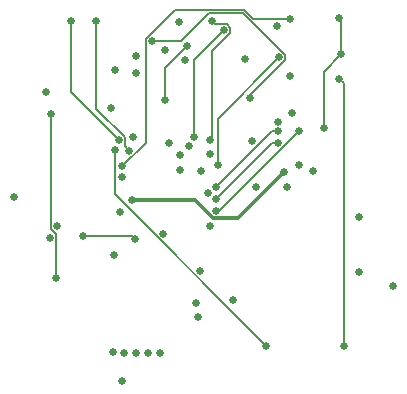
<source format=gbr>
G04 EAGLE Gerber RS-274X export*
G75*
%MOMM*%
%FSLAX34Y34*%
%LPD*%
%INCopper Layer 2*%
%IPPOS*%
%AMOC8*
5,1,8,0,0,1.08239X$1,22.5*%
G01*
%ADD10C,0.650000*%
%ADD11C,0.152400*%
%ADD12C,0.304800*%


D10*
X181000Y293000D03*
X259000Y322000D03*
X278000Y204000D03*
X164442Y301697D03*
X357762Y101497D03*
X231956Y293342D03*
X137488Y227358D03*
X312122Y328492D03*
D11*
X313543Y327071D01*
X313543Y297945D01*
D10*
X313543Y297945D03*
X241088Y184984D03*
X202672Y213266D03*
X298644Y235619D03*
D11*
X298644Y283046D01*
X313543Y297945D01*
D10*
X200520Y180557D03*
X67947Y247407D03*
X72312Y108689D03*
D11*
X67853Y149888D02*
X67853Y154040D01*
X72312Y145429D02*
X72312Y108689D01*
X72312Y145429D02*
X67853Y149888D01*
X67853Y154040D02*
X67947Y154134D01*
X67947Y247407D01*
D10*
X127722Y21308D03*
X222000Y90000D03*
X120000Y46000D03*
X329000Y113000D03*
X140000Y296000D03*
X267731Y185157D03*
X260000Y240000D03*
X121000Y128000D03*
X126000Y164000D03*
X63592Y265425D03*
X36157Y176924D03*
X72865Y151964D03*
X237795Y223908D03*
X328918Y159799D03*
X289461Y198525D03*
X265509Y198143D03*
X272097Y248269D03*
D12*
X189794Y174540D02*
X136626Y174540D01*
X189794Y174540D02*
X205108Y159226D01*
X226592Y159226D02*
X265509Y198143D01*
X226592Y159226D02*
X205108Y159226D01*
X136626Y174540D02*
X136626Y174646D01*
D10*
X136626Y174646D03*
X190687Y86816D03*
X202647Y152698D03*
X118607Y252499D03*
X277500Y232500D03*
D11*
X210000Y165000D01*
X207500Y165000D01*
D10*
X207500Y165000D03*
X260000Y232500D03*
D11*
X255000Y232500D01*
X207500Y185000D01*
D10*
X207500Y185000D03*
X260000Y222500D03*
D11*
X255000Y222500D01*
X207500Y175000D01*
D10*
X207500Y175000D03*
X153000Y309000D03*
X236000Y261000D03*
D11*
X266012Y292924D02*
X266012Y297076D01*
X236000Y262912D02*
X236000Y261000D01*
X236000Y262912D02*
X266012Y292924D01*
X230076Y333012D02*
X201924Y333012D01*
X230076Y333012D02*
X266012Y297076D01*
X177912Y309000D02*
X153000Y309000D01*
X177912Y309000D02*
X201924Y333012D01*
D10*
X176000Y325000D03*
X316000Y51000D03*
D11*
X316000Y273000D01*
X312000Y277000D01*
D10*
X312000Y277000D03*
X261000Y295000D03*
D11*
X209000Y243000D01*
X209000Y204000D01*
D10*
X209000Y204000D03*
X214536Y317969D03*
D11*
X189087Y292519D01*
X189087Y228087D01*
X189000Y228000D01*
D10*
X189000Y228000D03*
X204256Y325825D03*
D11*
X204171Y325740D01*
D10*
X202228Y225314D03*
D11*
X204256Y227342D01*
X219548Y320045D02*
X216612Y322981D01*
X219548Y320045D02*
X219548Y315893D01*
X204256Y300600D02*
X204256Y227342D01*
X204256Y300600D02*
X219548Y315893D01*
X207100Y322981D02*
X204256Y325825D01*
X207100Y322981D02*
X216612Y322981D01*
D10*
X194044Y114044D03*
X67000Y142000D03*
X195000Y199000D03*
X192060Y75542D03*
X130000Y45000D03*
X185000Y220000D03*
X140000Y45000D03*
X177500Y212500D03*
X150000Y45000D03*
X177464Y200000D03*
X160000Y45000D03*
X167488Y222500D03*
X122000Y284000D03*
X162476Y145612D03*
X95393Y144073D03*
D11*
X136526Y144073D01*
X139402Y141197D01*
D10*
X139402Y141197D03*
X183000Y305000D03*
D11*
X164000Y286000D01*
X164000Y259000D01*
D10*
X164000Y259000D03*
X250000Y51000D03*
D11*
X121988Y179012D01*
X121988Y217000D01*
D10*
X121988Y217000D03*
X125335Y225335D03*
X85000Y326000D03*
D11*
X85000Y265670D02*
X125335Y225335D01*
X85000Y265670D02*
X85000Y326000D01*
D10*
X133956Y216044D03*
X106000Y326000D03*
D11*
X130347Y219653D02*
X133956Y216044D01*
X130347Y219653D02*
X130347Y227411D01*
X106000Y251758D02*
X106000Y326000D01*
X106000Y251758D02*
X130347Y227411D01*
D10*
X270000Y328000D03*
X128000Y203000D03*
D11*
X238658Y328000D02*
X270000Y328000D01*
X238658Y328000D02*
X231122Y335536D01*
X172448Y335536D01*
X147988Y311076D01*
X147988Y222988D02*
X128000Y203000D01*
X147988Y222988D02*
X147988Y311076D01*
D10*
X270000Y279000D03*
X128000Y194000D03*
X140000Y282000D03*
M02*

</source>
